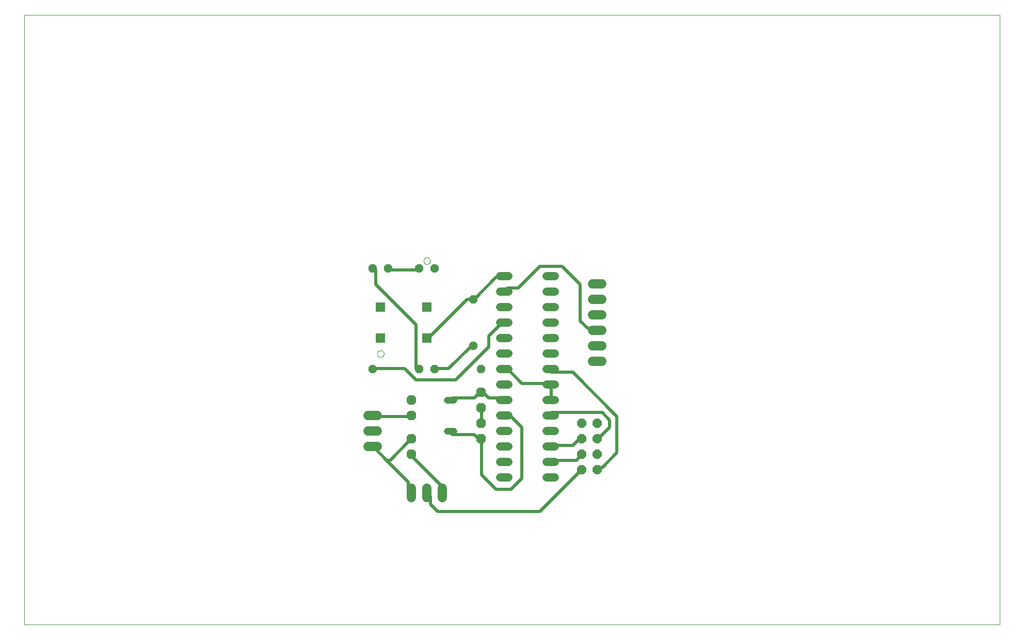
<source format=gtl>
G75*
%MOIN*%
%OFA0B0*%
%FSLAX25Y25*%
%IPPOS*%
%LPD*%
%AMOC8*
5,1,8,0,0,1.08239X$1,22.5*
%
%ADD10C,0.00000*%
%ADD11OC8,0.06300*%
%ADD12C,0.05200*%
%ADD13C,0.06000*%
%ADD14OC8,0.06000*%
%ADD15OC8,0.05200*%
%ADD16C,0.04400*%
%ADD17R,0.05906X0.05906*%
%ADD18C,0.01969*%
D10*
X0001000Y0001000D02*
X0001000Y0394701D01*
X0630921Y0394701D01*
X0630921Y0001000D01*
X0001000Y0001000D01*
X0228835Y0176000D02*
X0228837Y0176093D01*
X0228843Y0176185D01*
X0228853Y0176277D01*
X0228867Y0176368D01*
X0228884Y0176459D01*
X0228906Y0176549D01*
X0228931Y0176638D01*
X0228960Y0176726D01*
X0228993Y0176812D01*
X0229030Y0176897D01*
X0229070Y0176981D01*
X0229114Y0177062D01*
X0229161Y0177142D01*
X0229211Y0177220D01*
X0229265Y0177295D01*
X0229322Y0177368D01*
X0229382Y0177438D01*
X0229445Y0177506D01*
X0229511Y0177571D01*
X0229579Y0177633D01*
X0229650Y0177693D01*
X0229724Y0177749D01*
X0229800Y0177802D01*
X0229878Y0177851D01*
X0229958Y0177898D01*
X0230040Y0177940D01*
X0230124Y0177980D01*
X0230209Y0178015D01*
X0230296Y0178047D01*
X0230384Y0178076D01*
X0230473Y0178100D01*
X0230563Y0178121D01*
X0230654Y0178137D01*
X0230746Y0178150D01*
X0230838Y0178159D01*
X0230931Y0178164D01*
X0231023Y0178165D01*
X0231116Y0178162D01*
X0231208Y0178155D01*
X0231300Y0178144D01*
X0231391Y0178129D01*
X0231482Y0178111D01*
X0231572Y0178088D01*
X0231660Y0178062D01*
X0231748Y0178032D01*
X0231834Y0177998D01*
X0231918Y0177961D01*
X0232001Y0177919D01*
X0232082Y0177875D01*
X0232162Y0177827D01*
X0232239Y0177776D01*
X0232313Y0177721D01*
X0232386Y0177663D01*
X0232456Y0177603D01*
X0232523Y0177539D01*
X0232587Y0177473D01*
X0232649Y0177403D01*
X0232707Y0177332D01*
X0232762Y0177258D01*
X0232814Y0177181D01*
X0232863Y0177102D01*
X0232909Y0177022D01*
X0232951Y0176939D01*
X0232989Y0176855D01*
X0233024Y0176769D01*
X0233055Y0176682D01*
X0233082Y0176594D01*
X0233105Y0176504D01*
X0233125Y0176414D01*
X0233141Y0176323D01*
X0233153Y0176231D01*
X0233161Y0176139D01*
X0233165Y0176046D01*
X0233165Y0175954D01*
X0233161Y0175861D01*
X0233153Y0175769D01*
X0233141Y0175677D01*
X0233125Y0175586D01*
X0233105Y0175496D01*
X0233082Y0175406D01*
X0233055Y0175318D01*
X0233024Y0175231D01*
X0232989Y0175145D01*
X0232951Y0175061D01*
X0232909Y0174978D01*
X0232863Y0174898D01*
X0232814Y0174819D01*
X0232762Y0174742D01*
X0232707Y0174668D01*
X0232649Y0174597D01*
X0232587Y0174527D01*
X0232523Y0174461D01*
X0232456Y0174397D01*
X0232386Y0174337D01*
X0232313Y0174279D01*
X0232239Y0174224D01*
X0232162Y0174173D01*
X0232083Y0174125D01*
X0232001Y0174081D01*
X0231918Y0174039D01*
X0231834Y0174002D01*
X0231748Y0173968D01*
X0231660Y0173938D01*
X0231572Y0173912D01*
X0231482Y0173889D01*
X0231391Y0173871D01*
X0231300Y0173856D01*
X0231208Y0173845D01*
X0231116Y0173838D01*
X0231023Y0173835D01*
X0230931Y0173836D01*
X0230838Y0173841D01*
X0230746Y0173850D01*
X0230654Y0173863D01*
X0230563Y0173879D01*
X0230473Y0173900D01*
X0230384Y0173924D01*
X0230296Y0173953D01*
X0230209Y0173985D01*
X0230124Y0174020D01*
X0230040Y0174060D01*
X0229958Y0174102D01*
X0229878Y0174149D01*
X0229800Y0174198D01*
X0229724Y0174251D01*
X0229650Y0174307D01*
X0229579Y0174367D01*
X0229511Y0174429D01*
X0229445Y0174494D01*
X0229382Y0174562D01*
X0229322Y0174632D01*
X0229265Y0174705D01*
X0229211Y0174780D01*
X0229161Y0174858D01*
X0229114Y0174938D01*
X0229070Y0175019D01*
X0229030Y0175103D01*
X0228993Y0175188D01*
X0228960Y0175274D01*
X0228931Y0175362D01*
X0228906Y0175451D01*
X0228884Y0175541D01*
X0228867Y0175632D01*
X0228853Y0175723D01*
X0228843Y0175815D01*
X0228837Y0175907D01*
X0228835Y0176000D01*
X0258835Y0236000D02*
X0258837Y0236093D01*
X0258843Y0236185D01*
X0258853Y0236277D01*
X0258867Y0236368D01*
X0258884Y0236459D01*
X0258906Y0236549D01*
X0258931Y0236638D01*
X0258960Y0236726D01*
X0258993Y0236812D01*
X0259030Y0236897D01*
X0259070Y0236981D01*
X0259114Y0237062D01*
X0259161Y0237142D01*
X0259211Y0237220D01*
X0259265Y0237295D01*
X0259322Y0237368D01*
X0259382Y0237438D01*
X0259445Y0237506D01*
X0259511Y0237571D01*
X0259579Y0237633D01*
X0259650Y0237693D01*
X0259724Y0237749D01*
X0259800Y0237802D01*
X0259878Y0237851D01*
X0259958Y0237898D01*
X0260040Y0237940D01*
X0260124Y0237980D01*
X0260209Y0238015D01*
X0260296Y0238047D01*
X0260384Y0238076D01*
X0260473Y0238100D01*
X0260563Y0238121D01*
X0260654Y0238137D01*
X0260746Y0238150D01*
X0260838Y0238159D01*
X0260931Y0238164D01*
X0261023Y0238165D01*
X0261116Y0238162D01*
X0261208Y0238155D01*
X0261300Y0238144D01*
X0261391Y0238129D01*
X0261482Y0238111D01*
X0261572Y0238088D01*
X0261660Y0238062D01*
X0261748Y0238032D01*
X0261834Y0237998D01*
X0261918Y0237961D01*
X0262001Y0237919D01*
X0262082Y0237875D01*
X0262162Y0237827D01*
X0262239Y0237776D01*
X0262313Y0237721D01*
X0262386Y0237663D01*
X0262456Y0237603D01*
X0262523Y0237539D01*
X0262587Y0237473D01*
X0262649Y0237403D01*
X0262707Y0237332D01*
X0262762Y0237258D01*
X0262814Y0237181D01*
X0262863Y0237102D01*
X0262909Y0237022D01*
X0262951Y0236939D01*
X0262989Y0236855D01*
X0263024Y0236769D01*
X0263055Y0236682D01*
X0263082Y0236594D01*
X0263105Y0236504D01*
X0263125Y0236414D01*
X0263141Y0236323D01*
X0263153Y0236231D01*
X0263161Y0236139D01*
X0263165Y0236046D01*
X0263165Y0235954D01*
X0263161Y0235861D01*
X0263153Y0235769D01*
X0263141Y0235677D01*
X0263125Y0235586D01*
X0263105Y0235496D01*
X0263082Y0235406D01*
X0263055Y0235318D01*
X0263024Y0235231D01*
X0262989Y0235145D01*
X0262951Y0235061D01*
X0262909Y0234978D01*
X0262863Y0234898D01*
X0262814Y0234819D01*
X0262762Y0234742D01*
X0262707Y0234668D01*
X0262649Y0234597D01*
X0262587Y0234527D01*
X0262523Y0234461D01*
X0262456Y0234397D01*
X0262386Y0234337D01*
X0262313Y0234279D01*
X0262239Y0234224D01*
X0262162Y0234173D01*
X0262083Y0234125D01*
X0262001Y0234081D01*
X0261918Y0234039D01*
X0261834Y0234002D01*
X0261748Y0233968D01*
X0261660Y0233938D01*
X0261572Y0233912D01*
X0261482Y0233889D01*
X0261391Y0233871D01*
X0261300Y0233856D01*
X0261208Y0233845D01*
X0261116Y0233838D01*
X0261023Y0233835D01*
X0260931Y0233836D01*
X0260838Y0233841D01*
X0260746Y0233850D01*
X0260654Y0233863D01*
X0260563Y0233879D01*
X0260473Y0233900D01*
X0260384Y0233924D01*
X0260296Y0233953D01*
X0260209Y0233985D01*
X0260124Y0234020D01*
X0260040Y0234060D01*
X0259958Y0234102D01*
X0259878Y0234149D01*
X0259800Y0234198D01*
X0259724Y0234251D01*
X0259650Y0234307D01*
X0259579Y0234367D01*
X0259511Y0234429D01*
X0259445Y0234494D01*
X0259382Y0234562D01*
X0259322Y0234632D01*
X0259265Y0234705D01*
X0259211Y0234780D01*
X0259161Y0234858D01*
X0259114Y0234938D01*
X0259070Y0235019D01*
X0259030Y0235103D01*
X0258993Y0235188D01*
X0258960Y0235274D01*
X0258931Y0235362D01*
X0258906Y0235451D01*
X0258884Y0235541D01*
X0258867Y0235632D01*
X0258853Y0235723D01*
X0258843Y0235815D01*
X0258837Y0235907D01*
X0258835Y0236000D01*
D11*
X0296000Y0151000D03*
X0296000Y0141000D03*
X0296000Y0131000D03*
X0296000Y0121000D03*
X0251000Y0121000D03*
X0251000Y0111000D03*
X0251000Y0136000D03*
X0251000Y0146000D03*
D12*
X0308400Y0146000D02*
X0313600Y0146000D01*
X0313600Y0136000D02*
X0308400Y0136000D01*
X0308400Y0126000D02*
X0313600Y0126000D01*
X0313600Y0116000D02*
X0308400Y0116000D01*
X0308400Y0106000D02*
X0313600Y0106000D01*
X0313600Y0096000D02*
X0308400Y0096000D01*
X0338400Y0096000D02*
X0343600Y0096000D01*
X0343600Y0106000D02*
X0338400Y0106000D01*
X0338400Y0116000D02*
X0343600Y0116000D01*
X0343600Y0126000D02*
X0338400Y0126000D01*
X0338400Y0136000D02*
X0343600Y0136000D01*
X0343600Y0146000D02*
X0338400Y0146000D01*
X0338400Y0156000D02*
X0343600Y0156000D01*
X0343600Y0166000D02*
X0338400Y0166000D01*
X0338400Y0176000D02*
X0343600Y0176000D01*
X0343600Y0186000D02*
X0338400Y0186000D01*
X0338400Y0196000D02*
X0343600Y0196000D01*
X0343600Y0206000D02*
X0338400Y0206000D01*
X0338400Y0216000D02*
X0343600Y0216000D01*
X0343600Y0226000D02*
X0338400Y0226000D01*
X0313600Y0226000D02*
X0308400Y0226000D01*
X0308400Y0216000D02*
X0313600Y0216000D01*
X0313600Y0206000D02*
X0308400Y0206000D01*
X0308400Y0196000D02*
X0313600Y0196000D01*
X0313600Y0186000D02*
X0308400Y0186000D01*
X0308400Y0176000D02*
X0313600Y0176000D01*
X0313600Y0166000D02*
X0308400Y0166000D01*
X0308400Y0156000D02*
X0313600Y0156000D01*
D13*
X0368000Y0171000D02*
X0374000Y0171000D01*
X0374000Y0181000D02*
X0368000Y0181000D01*
X0368000Y0191000D02*
X0374000Y0191000D01*
X0374000Y0201000D02*
X0368000Y0201000D01*
X0368000Y0211000D02*
X0374000Y0211000D01*
X0374000Y0221000D02*
X0368000Y0221000D01*
X0229000Y0136000D02*
X0223000Y0136000D01*
X0223000Y0126000D02*
X0229000Y0126000D01*
X0229000Y0116000D02*
X0223000Y0116000D01*
X0251000Y0089000D02*
X0251000Y0083000D01*
X0261000Y0083000D02*
X0261000Y0089000D01*
X0271000Y0089000D02*
X0271000Y0083000D01*
D14*
X0361000Y0101000D03*
X0371000Y0101000D03*
X0371000Y0111000D03*
X0361000Y0111000D03*
X0361000Y0121000D03*
X0371000Y0121000D03*
X0371000Y0131000D03*
X0361000Y0131000D03*
D15*
X0296000Y0166000D03*
X0291000Y0181000D03*
X0266000Y0166000D03*
X0256000Y0166000D03*
X0226000Y0166000D03*
X0291000Y0211000D03*
X0266000Y0231000D03*
X0256000Y0231000D03*
X0236000Y0231000D03*
X0226000Y0231000D03*
D16*
X0273800Y0146000D02*
X0278200Y0146000D01*
X0278200Y0126000D02*
X0273800Y0126000D01*
D17*
X0261000Y0186000D03*
X0261000Y0206000D03*
X0231000Y0206000D03*
X0231000Y0186000D03*
D18*
X0253756Y0194701D02*
X0253756Y0166354D01*
X0256000Y0166000D01*
X0253756Y0159268D02*
X0246669Y0166354D01*
X0227772Y0166354D01*
X0226000Y0166000D01*
X0253756Y0159268D02*
X0279740Y0159268D01*
X0301000Y0180528D01*
X0301000Y0187614D01*
X0310449Y0197063D01*
X0311000Y0196000D01*
X0291551Y0211236D02*
X0291000Y0211000D01*
X0289189Y0211236D01*
X0286827Y0211236D01*
X0263205Y0187614D01*
X0261000Y0186000D01*
X0253756Y0194701D02*
X0227772Y0220685D01*
X0227772Y0230134D01*
X0226000Y0231000D01*
X0236000Y0231000D02*
X0237220Y0230134D01*
X0253756Y0230134D01*
X0256000Y0231000D01*
X0291551Y0211236D02*
X0305724Y0225409D01*
X0310449Y0225409D01*
X0311000Y0226000D01*
X0312811Y0218323D02*
X0311000Y0216000D01*
X0312811Y0218323D02*
X0319898Y0218323D01*
X0334071Y0232496D01*
X0348244Y0232496D01*
X0360055Y0220685D01*
X0360055Y0197063D01*
X0364780Y0192339D01*
X0369504Y0192339D01*
X0371000Y0191000D01*
X0355331Y0163992D02*
X0341157Y0163992D01*
X0341000Y0166000D01*
X0338795Y0156906D02*
X0341000Y0156000D01*
X0341157Y0154543D01*
X0341157Y0147457D01*
X0341000Y0146000D01*
X0341157Y0138008D02*
X0341000Y0136000D01*
X0341157Y0138008D02*
X0374228Y0138008D01*
X0378953Y0133283D01*
X0378953Y0128559D01*
X0371866Y0121472D01*
X0371000Y0121000D01*
X0361000Y0121000D02*
X0360055Y0121472D01*
X0355331Y0116748D01*
X0341157Y0116748D01*
X0341000Y0116000D01*
X0341157Y0107299D02*
X0341000Y0106000D01*
X0341157Y0107299D02*
X0357693Y0107299D01*
X0360055Y0109661D01*
X0361000Y0111000D01*
X0361000Y0101000D02*
X0360055Y0100213D01*
X0334071Y0074228D01*
X0267929Y0074228D01*
X0263205Y0078953D01*
X0263205Y0083677D01*
X0261000Y0086000D01*
X0270291Y0086039D02*
X0270291Y0090764D01*
X0251394Y0109661D01*
X0251000Y0111000D01*
X0249031Y0119110D02*
X0251000Y0121000D01*
X0249031Y0119110D02*
X0237220Y0107299D01*
X0234858Y0107299D01*
X0249031Y0093126D01*
X0249031Y0086039D01*
X0251000Y0086000D01*
X0270291Y0086039D02*
X0271000Y0086000D01*
X0296276Y0097850D02*
X0296276Y0119110D01*
X0296000Y0121000D01*
X0293913Y0121472D01*
X0291551Y0123835D01*
X0277378Y0123835D01*
X0276000Y0126000D01*
X0296000Y0131000D02*
X0296276Y0133283D01*
X0296276Y0140370D01*
X0296000Y0141000D01*
X0291551Y0147457D02*
X0293913Y0149819D01*
X0296000Y0151000D01*
X0296276Y0152181D01*
X0301000Y0147457D01*
X0310449Y0147457D01*
X0311000Y0146000D01*
X0311000Y0136000D02*
X0312811Y0135646D01*
X0315173Y0135646D01*
X0322260Y0128559D01*
X0322260Y0095488D01*
X0315173Y0088402D01*
X0305724Y0088402D01*
X0296276Y0097850D01*
X0234858Y0107299D02*
X0227772Y0114386D01*
X0226000Y0116000D01*
X0227772Y0135646D02*
X0226000Y0136000D01*
X0227772Y0135646D02*
X0249031Y0135646D01*
X0251000Y0136000D01*
X0276000Y0146000D02*
X0277378Y0147457D01*
X0291551Y0147457D01*
X0311000Y0166000D02*
X0312811Y0166354D01*
X0322260Y0156906D01*
X0338795Y0156906D01*
X0355331Y0163992D02*
X0383677Y0135646D01*
X0383677Y0112024D01*
X0374228Y0102575D01*
X0371866Y0102575D01*
X0371000Y0101000D01*
X0267929Y0166354D02*
X0266000Y0166000D01*
X0267929Y0166354D02*
X0275016Y0166354D01*
X0289189Y0180528D01*
X0291000Y0181000D01*
M02*

</source>
